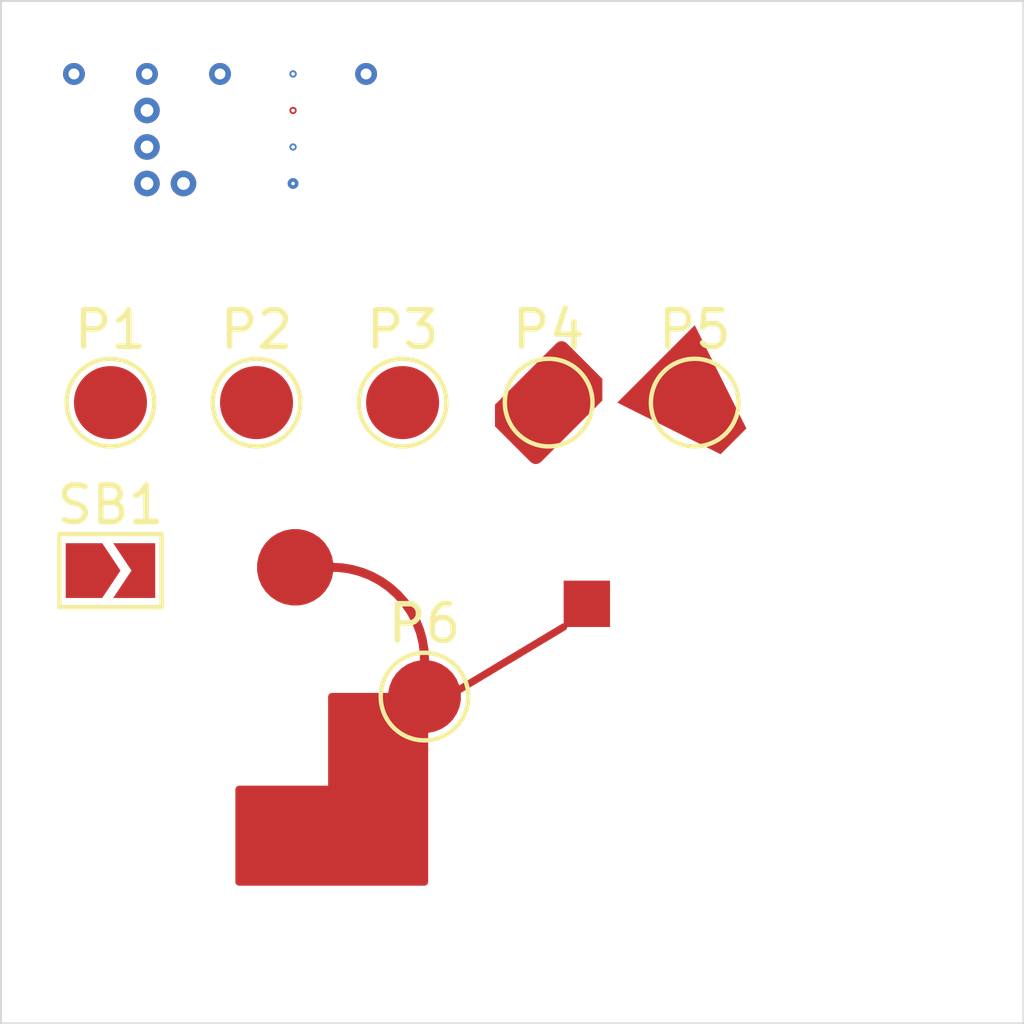
<source format=kicad_pcb>
(kicad_pcb (version 20240609) (generator "pcbnew") (generator_version "8.99")
  (layers (0 "F.Cu" signal) (1 "In1.Cu" signal) (2 "In2.Cu" signal) (3 "In3.Cu" signal) (4 "In4.Cu" signal) (31 "B.Cu" signal) (34 "B.Paste" user) (35 "F.Paste" user) (36 "B.SilkS" user "B.Silkscreen") (37 "F.SilkS" user "F.Silkscreen") (38 "B.Mask" user) (39 "F.Mask" user) (44 "Edge.Cuts" user))
  (net 0 "")
  (net 1 "A")
  (net 2 "B")
  (footprint "TestPoint:TestPoint_Pad_D2.0mm" (layer "F.Cu") (at 125 89)
    (property "Reference" "P2" (at 0 -1.998 0) (layer "F.SilkS"))
    (property "Value" "TestPoint_Pad_D2.0mm" (hide yes))
    (fp_circle (center 0 0) (end 0 1.2) (stroke (width 0.12)) (fill none) (layer "F.SilkS"))
    (pad "1" smd circle (at 0 0 90) (size 2 2) (layers "F.Cu" "F.Mask"))
  )
  (footprint "TestPoint:TestPoint_Pad_D2.0mm" (layer "F.Cu") (at 137 89)
    (property "Reference" "P5" (at 0 -1.998 0) (layer "F.SilkS"))
    (property "Value" "TestPoint_Pad_D2.0mm" (hide yes))
    (fp_circle (center 0 0) (end 0 1.2) (stroke (width 0.12)) (fill none) (layer "F.SilkS"))
    (pad "2" smd trapezoid (at 0 0 315) (size 3 2) (rect_delta 1 0) (layers "F.Cu"))
  )
  (footprint "TestPoint:TestPoint_Pad_D2.0mm" (layer "F.Cu") (at 133 89)
    (property "Reference" "P4" (at 0 -1.998 0) (layer "F.SilkS"))
    (property "Value" "TestPoint_Pad_D2.0mm" (hide yes))
    (fp_circle (center 0 0) (end 0 1.2) (stroke (width 0.12)) (fill none) (layer "F.SilkS"))
    (pad "Pad" smd roundrect (at 0 0 45) (size 3 2) (layers "F.Cu" "F.Adhes" "F.Paste" "F.Mask") (roundrect_rratio 0.1) (chamfer_ratio 0.21) (chamfer top_left bottom_right))
  )
  (footprint "Jumper:SolderJumper-2_P1.3mm_Open_TrianglePad1.0x1.5mm" (layer "F.Cu") (at 121 93.6)
    (property "Reference" "SB1" (at 0 -1.8 0) (layer "F.SilkS"))
    (property "Value" "SolderJumper-2_P1.3mm_Open_TrianglePad1.0x1.5mm" (hide yes))
    (fp_line (start -1.4 -1) (end 1.4 -1) (stroke (width 0.12)) (layer "F.SilkS"))
    (fp_line (start -1.4 1) (end -1.4 -1) (stroke (width 0.12)) (layer "F.SilkS"))
    (fp_line (start 1.4 -1) (end 1.4 1) (stroke (width 0.12)) (layer "F.SilkS"))
    (fp_line (start 1.4 1) (end -1.4 1) (stroke (width 0.12)) (layer "F.SilkS"))
    (pad "1" smd custom (at -0.725 0) (size 0.3 0.3) (layers "F.Cu" "F.Mask") (options (clearance outline) (anchor rect)) (primitives (gr_poly (pts (xy -0.5 -0.75) (xy 0.5 -0.75) (xy 1 0) (xy 0.5 0.75) (xy -0.5 0.75)) (width 0) (fill yes))))
    (pad "2" smd custom (at 0.725 0) (size 0.3 0.3) (layers "F.Cu" "F.Mask") (options (clearance outline) (anchor rect)) (primitives (gr_poly (pts (xy -0.65 -0.75) (xy 0.5 -0.75) (xy 0.5 0.75) (xy -0.65 0.75) (xy -0.15 0)) (width 0) (fill yes))))
  )
  (footprint "TestPoint:TestPoint_Pad_D2.0mm" (layer "F.Cu") (at 121 89)
    (property "Reference" "P1" (at 0 -1.998 0) (layer "F.SilkS"))
    (property "Value" "TestPoint_Pad_D2.0mm" (hide yes))
    (fp_circle (center 0 0) (end 0 1.2) (stroke (width 0.12)) (fill none) (layer "F.SilkS"))
    (pad "1" smd circle (at 0 0) (size 2 2) (layers "F.Cu" "F.Mask"))
  )
  (footprint "TestPoint:TestPoint_Pad_D2.0mm" (layer "F.Cu") (at 129.6 97.05)
    (property "Reference" "P6" (at 0 -1.998 0) (layer "F.SilkS"))
    (property "Value" "TestPoint_Pad_D2.0mm" (hide yes))
    (fp_circle (center 0 0) (end 0 1.2) (stroke (width 0.12)) (fill none) (layer "F.SilkS"))
    (pad "1" smd custom (at 0 0 90) (size 2 2) (layers "F.Cu" "F.Mask") (options (clearance outline) (anchor circle)) (primitives (gr_bbox (start -5.08 -4.1275) (end -3.175 -0.9525) (fill no)) (gr_poly (pts (xy -2.54 -2.54) (xy 0 -2.54) (xy 0 0) (xy -5.08 0) (xy -5.08 -5.08) (xy -2.54 -5.08)) (width 0.2) (fill yes)) (gr_arc (start 3.54 -2.54) (mid 2.796051 -0.743949) (end 1 0) (width 0.25)) (gr_circle (center 3.54 -3.54) (end 3.54 -2.54) (width 0.1) (fill yes)) (gr_line (start 0 0.635) (end 1.905 3.81) (width 0.2)) (gr_rect (start 1.905 3.81) (end 3.175 5.08) (width 0) (fill yes))))
  )
  (footprint "TestPoint:TestPoint_Pad_D2.0mm" (layer "F.Cu") (at 129 89)
    (property "Reference" "P3" (at 0 -1.998 0) (layer "F.SilkS"))
    (property "Value" "TestPoint_Pad_D2.0mm" (hide yes))
    (fp_circle (center 0 0) (end 0 1.2) (stroke (width 0.12)) (fill none) (layer "F.SilkS"))
    (pad "Pad" smd circle (at 0 0 90) (size 2 2) (property pad_prop_bga) (layers "F.Cu" "F.Paste" "F.Mask") (clearance 1))
  )
  (gr_rect (start 118 78) (end 146 106) (stroke (width 0.05)) (fill none) (layer "Edge.Cuts"))
  (via blind (at 128 80) (size 0.6) (drill 0.3) (layers "F.Cu" "B.Cu") (net 0))
  (via (at 120 80) (size 0.6) (drill 0.3) (layers "F.Cu" "B.Cu") (net 1))
  (via (at 124 80) (size 0.6) (drill 0.3) (layers "F.Cu" "B.Cu") (net 1))
  (via (at 122 83) (size 0.7) (drill 0.35) (layers "F.Cu" "B.Cu") (net 2))
  (via (at 122 80) (size 0.6) (drill 0.3) (layers "F.Cu" "B.Cu") (net 2))
  (via (at 122 79.1) (size 0.6) (drill 0.3) (layers "F.Cu" "B.Cu") (remove_unused_layers yes) (net 2))
  (via (at 123 83) (size 0.7) (drill 0.35) (layers "F.Cu" "B.Cu") (net 2))
  (via (at 122 82) (size 0.7) (drill 0.35) (layers "F.Cu" "B.Cu") (net 2))
  (via (at 122 81) (size 0.7) (drill 0.35) (layers "F.Cu" "B.Cu") (net 2))
  (via micro (at 126 80) (size 0.2) (drill 0.1) (layers "F.Cu" "B.Cu") (net 2))
  (via micro (at 126 81) (size 0.2) (drill 0.1) (layers "F.Cu" "In4.Cu") (net 2))
  (via micro (at 126 83) (size 0.3) (drill 0.1) (layers "In3.Cu" "B.Cu") (net 2))
  (via micro (at 126 82) (size 0.2) (drill 0.1) (layers "In4.Cu" "B.Cu") (net 2))
)
</source>
